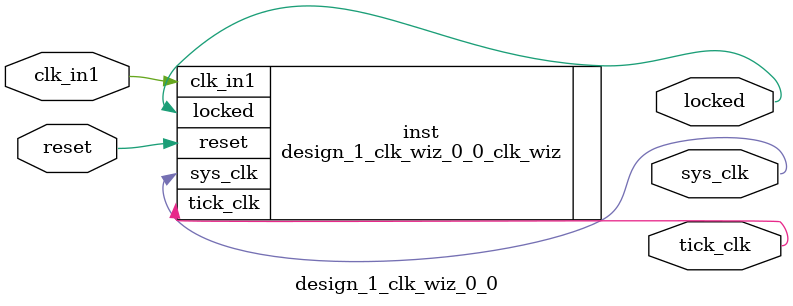
<source format=v>


`timescale 1ps/1ps

(* CORE_GENERATION_INFO = "design_1_clk_wiz_0_0,clk_wiz_v6_0_8_0_0,{component_name=design_1_clk_wiz_0_0,use_phase_alignment=true,use_min_o_jitter=false,use_max_i_jitter=false,use_dyn_phase_shift=false,use_inclk_switchover=false,use_dyn_reconfig=false,enable_axi=0,feedback_source=FDBK_AUTO,PRIMITIVE=MMCM,num_out_clk=2,clkin1_period=10.000,clkin2_period=10.000,use_power_down=false,use_reset=true,use_locked=true,use_inclk_stopped=false,feedback_type=SINGLE,CLOCK_MGR_TYPE=NA,manual_override=false}" *)

module design_1_clk_wiz_0_0 
 (
  // Clock out ports
  output        sys_clk,
  output        tick_clk,
  // Status and control signals
  input         reset,
  output        locked,
 // Clock in ports
  input         clk_in1
 );

  design_1_clk_wiz_0_0_clk_wiz inst
  (
  // Clock out ports  
  .sys_clk(sys_clk),
  .tick_clk(tick_clk),
  // Status and control signals               
  .reset(reset), 
  .locked(locked),
 // Clock in ports
  .clk_in1(clk_in1)
  );

endmodule

</source>
